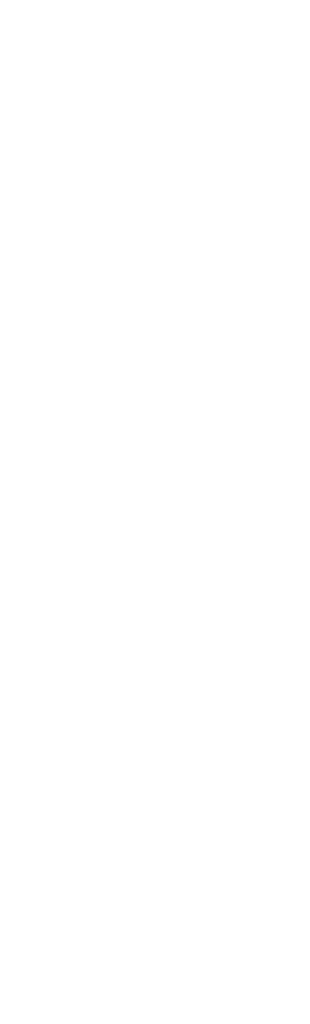
<source format=kicad_pcb>
(kicad_pcb (version 20171130) (host pcbnew "(5.0.1)-4")

  (general
    (thickness 1.6)
    (drawings 42)
    (tracks 0)
    (zones 0)
    (modules 0)
    (nets 1)
  )

  (page A4)
  (layers
    (0 F.Cu signal)
    (31 B.Cu signal)
    (32 B.Adhes user)
    (33 F.Adhes user)
    (34 B.Paste user)
    (35 F.Paste user)
    (36 B.SilkS user)
    (37 F.SilkS user)
    (38 B.Mask user)
    (39 F.Mask user)
    (40 Dwgs.User user)
    (41 Cmts.User user)
    (42 Eco1.User user)
    (43 Eco2.User user)
    (44 Edge.Cuts user)
    (45 Margin user)
    (46 B.CrtYd user)
    (47 F.CrtYd user)
    (48 B.Fab user)
    (49 F.Fab user)
  )

  (setup
    (last_trace_width 0.25)
    (trace_clearance 0.2)
    (zone_clearance 0.508)
    (zone_45_only no)
    (trace_min 0.2)
    (segment_width 0.3)
    (edge_width 0.2)
    (via_size 0.8)
    (via_drill 0.4)
    (via_min_size 0.4)
    (via_min_drill 0.3)
    (uvia_size 0.3)
    (uvia_drill 0.1)
    (uvias_allowed no)
    (uvia_min_size 0.2)
    (uvia_min_drill 0.1)
    (pcb_text_width 0.3)
    (pcb_text_size 1.5 1.5)
    (mod_edge_width 0.15)
    (mod_text_size 1 1)
    (mod_text_width 0.15)
    (pad_size 1.524 1.524)
    (pad_drill 0.762)
    (pad_to_mask_clearance 0.051)
    (solder_mask_min_width 0.25)
    (aux_axis_origin 0 0)
    (visible_elements 7FFFFFFF)
    (pcbplotparams
      (layerselection 0x010f0_ffffffff)
      (usegerberextensions false)
      (usegerberattributes false)
      (usegerberadvancedattributes false)
      (creategerberjobfile false)
      (excludeedgelayer true)
      (linewidth 0.100000)
      (plotframeref false)
      (viasonmask false)
      (mode 1)
      (useauxorigin false)
      (hpglpennumber 1)
      (hpglpenspeed 20)
      (hpglpendiameter 15.000000)
      (psnegative false)
      (psa4output false)
      (plotreference true)
      (plotvalue true)
      (plotinvisibletext false)
      (padsonsilk false)
      (subtractmaskfromsilk false)
      (outputformat 1)
      (mirror false)
      (drillshape 0)
      (scaleselection 1)
      (outputdirectory ""))
  )

  (net 0 "")

  (net_class Default "This is the default net class."
    (clearance 0.2)
    (trace_width 0.25)
    (via_dia 0.8)
    (via_drill 0.4)
    (uvia_dia 0.3)
    (uvia_drill 0.1)
  )

  (gr_line (start 17.75 116.05) (end 17.75 130.6) (layer Eco2.User) (width 0.2))
  (gr_text "Front Countersink" (at 17.9 132.1) (layer Eco2.User)
    (effects (font (size 1.5 1.5) (thickness 0.3)))
  )
  (gr_circle (center 20 115.95) (end 22.25 115.95) (layer Eco2.User) (width 0.2))
  (gr_circle (center 20 115.95) (end 21.55 115.95) (layer Eco2.User) (width 0.2) (tstamp 5DB0F74D))
  (gr_circle (center 35.15 115.95) (end 36.75 115.95) (layer Eco2.User) (width 0.2) (tstamp 5DB0F729))
  (gr_circle (center 5.15 115.95) (end 6.75 115.95) (layer Eco2.User) (width 0.2) (tstamp 5DB0F6E2))
  (gr_circle (center 28.1 99.45) (end 30.65 99.45) (layer Eco2.User) (width 0.2) (tstamp 5DB0F6CF))
  (gr_circle (center 28.1 90.85) (end 30.65 90.85) (layer Eco2.User) (width 0.2) (tstamp 5DB0F6CE))
  (gr_circle (center 28.1 82.4) (end 30.65 82.4) (layer Eco2.User) (width 0.2) (tstamp 5DB0F6CD))
  (gr_circle (center 28.1 73.9) (end 30.65 73.9) (layer Eco2.User) (width 0.2) (tstamp 5DB0F6CC))
  (gr_circle (center 28.1 65.4) (end 30.65 65.4) (layer Eco2.User) (width 0.2) (tstamp 5DB0F6CB))
  (gr_circle (center 28.1 57) (end 30.65 57) (layer Eco2.User) (width 0.2) (tstamp 5DB0F6CA))
  (gr_circle (center 28.1 115.95) (end 30.65 115.95) (layer Eco2.User) (width 0.2) (tstamp 5DB0F6C9))
  (gr_circle (center 28.1 107.85) (end 30.65 107.85) (layer Eco2.User) (width 0.2) (tstamp 5DB0F6C8))
  (gr_circle (center 28.1 48.45) (end 30.65 48.45) (layer Eco2.User) (width 0.2) (tstamp 5DB0F688))
  (gr_circle (center 12.15 115.95) (end 14.7 115.95) (layer Eco2.User) (width 0.2) (tstamp 5DB0F668))
  (gr_circle (center 12.15 107.85) (end 14.7 107.85) (layer Eco2.User) (width 0.2) (tstamp 5DB0F650))
  (gr_circle (center 12.15 99.45) (end 14.7 99.45) (layer Eco2.User) (width 0.2) (tstamp 5DB0F63D))
  (gr_circle (center 12.15 90.85) (end 14.7 90.85) (layer Eco2.User) (width 0.2) (tstamp 5DB0F625))
  (gr_circle (center 12.15 82.4) (end 14.7 82.4) (layer Eco2.User) (width 0.2) (tstamp 5DB0F605))
  (gr_circle (center 12.15 73.9) (end 14.7 73.9) (layer Eco2.User) (width 0.2) (tstamp 5DB0F5F0))
  (gr_circle (center 12.15 65.4) (end 14.7 65.4) (layer Eco2.User) (width 0.2) (tstamp 5DB0F5CD))
  (gr_circle (center 12.15 57) (end 14.7 57) (layer Eco2.User) (width 0.2) (tstamp 5DB0F5B3))
  (gr_circle (center 12.15 48.45) (end 14.7 48.45) (layer Eco2.User) (width 0.2))
  (gr_circle (center 33.1 41.9) (end 34.7 41.9) (layer Eco2.User) (width 0.2) (tstamp 5DB0F54D))
  (gr_circle (center 20.15 41.9) (end 21.75 41.9) (layer Eco2.User) (width 0.2) (tstamp 5DB0F546))
  (gr_circle (center 7.2 41.9) (end 8.8 41.9) (layer Eco2.User) (width 0.2) (tstamp 5DB0F52E))
  (gr_circle (center 33.1 24.95) (end 34.7 24.95) (layer Eco2.User) (width 0.2) (tstamp 5DB0F516))
  (gr_circle (center 20.15 24.95) (end 21.75 24.95) (layer Eco2.User) (width 0.2) (tstamp 5DB0F4FC))
  (gr_circle (center 7.2 24.95) (end 8.8 24.95) (layer Eco2.User) (width 0.2))
  (gr_circle (center 33.1 32.5) (end 36.3 32.5) (layer Eco2.User) (width 0.05) (tstamp 5DB0F482))
  (gr_circle (center 20.15 32.45) (end 23.35 32.45) (layer Eco2.User) (width 0.05) (tstamp 5DB0F47D))
  (gr_circle (center 33.1 15.5) (end 36.3 15.5) (layer Eco2.User) (width 0.05) (tstamp 5DB0F461))
  (gr_circle (center 20.15 15.5) (end 23.35 15.5) (layer Eco2.User) (width 0.05) (tstamp 5DB0F44E))
  (gr_circle (center 7.15 32.45) (end 10.35 32.45) (layer Eco2.User) (width 0.2) (tstamp 5DB0F435))
  (gr_circle (center 7.15 15.5) (end 10.35 15.5) (layer Eco2.User) (width 0.2))
  (gr_line (start 40.3 128.5) (end 40.3 0) (layer Eco2.User) (width 0.2) (tstamp 5DB0EFCD))
  (gr_circle (center 7.5 125.5) (end 9.1 125.5) (layer Eco2.User) (width 0.2) (tstamp 5DAFBADA))
  (gr_circle (center 7.5 3) (end 9.1 3) (layer Eco2.User) (width 0.2))
  (gr_line (start 0 128.5) (end 0 0) (layer Eco2.User) (width 0.2))
  (gr_line (start 40.3 128.5) (end 0 128.5) (layer Eco2.User) (width 0.2))
  (gr_line (start 0 0) (end 40.3 0) (layer Eco2.User) (width 0.2))

)

</source>
